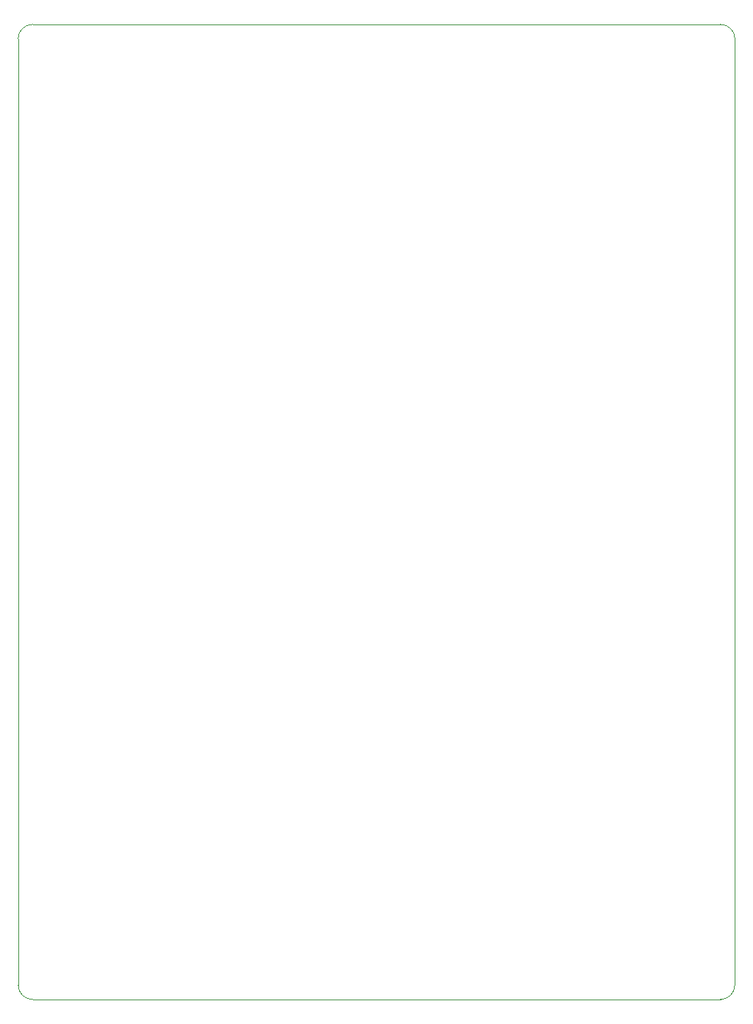
<source format=gbr>
%TF.GenerationSoftware,KiCad,Pcbnew,(5.1.10)-1*%
%TF.CreationDate,2021-05-20T01:46:34-05:00*%
%TF.ProjectId,smol-keypad,736d6f6c-2d6b-4657-9970-61642e6b6963,rev?*%
%TF.SameCoordinates,Original*%
%TF.FileFunction,Profile,NP*%
%FSLAX46Y46*%
G04 Gerber Fmt 4.6, Leading zero omitted, Abs format (unit mm)*
G04 Created by KiCad (PCBNEW (5.1.10)-1) date 2021-05-20 01:46:34*
%MOMM*%
%LPD*%
G01*
G04 APERTURE LIST*
%TA.AperFunction,Profile*%
%ADD10C,0.050000*%
%TD*%
G04 APERTURE END LIST*
D10*
X92868750Y-27781250D02*
X169068750Y-27781250D01*
X170656250Y-29368750D02*
X170656108Y-134143636D01*
X92868608Y-135731136D02*
X169068608Y-135731136D01*
X91281108Y-134143636D02*
X91281250Y-29368750D01*
X91281250Y-29368750D02*
G75*
G02*
X92868750Y-27781250I1587500J0D01*
G01*
X169068750Y-27781250D02*
G75*
G02*
X170656250Y-29368750I0J-1587500D01*
G01*
X170656108Y-134143636D02*
G75*
G02*
X169068608Y-135731136I-1587500J0D01*
G01*
X92868608Y-135731136D02*
G75*
G02*
X91281108Y-134143636I0J1587500D01*
G01*
M02*

</source>
